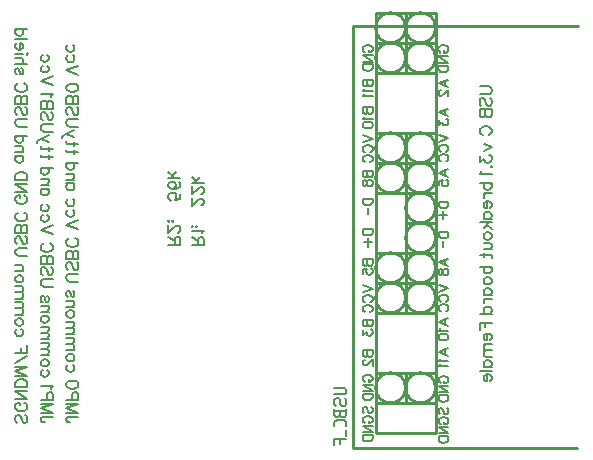
<source format=gbo>
G04 start of page 2 for group 12 layer_idx 7 *
G04 Title: (unknown), bottom_silk *
G04 Creator: pcb-rnd 3.1.0-dev *
G04 CreationDate: 2023-01-29 01:50:48 UTC *
G04 For: tonia *
G04 Format: Gerber/RS-274X *
G04 PCB-Dimensions: 236220 236220 *
G04 PCB-Coordinate-Origin: lower left *
%MOIN*%
%FSLAX25Y25*%
%LNBOTTOM_SILK_NONE_12*%
%ADD53C,0.0070*%
%ADD52C,0.0100*%
G54D52*X125000Y175169D02*X145000D01*
X125000Y195146D02*X145000D01*
X125000Y205169D02*X145000D01*
Y215169D02*Y195146D01*
Y205157D02*X125000D01*
X145000Y155169D02*X125000D01*
X135011Y175157D02*Y115180D01*
X145000Y135169D02*X125000D01*
X145000Y165169D02*X125000D01*
X145000Y125169D02*X125000D01*
X145011Y175157D02*Y115157D01*
X124989Y135157D02*Y115157D01*
X135011Y115180D02*X135000Y115169D01*
X145000Y145169D02*X135000D01*
X135011Y175157D02*X135000Y175169D01*
X125000Y215169D02*X145000D01*
X117402Y210787D02*X192362D01*
X125000Y195146D02*Y215169D01*
X135000Y195146D02*Y215169D01*
X134989Y95157D02*Y85169D01*
X145011Y115157D02*X145000Y115146D01*
X125000D02*X145000D01*
X125000Y95169D02*X145000D01*
X125000D02*Y85146D01*
X145000Y95169D02*Y85146D01*
X125000Y75157D02*Y205157D01*
Y75157D02*X145000D01*
Y205157D02*Y75157D01*
X125000Y85146D02*X145000D01*
X117402Y70236D02*X192283D01*
X124989Y175157D02*Y155157D01*
X117402Y210787D02*Y70236D01*
X125000Y120157D02*G75*G03X135000Y120157I5000J0D01*G01*
G75*G03X125000Y120157I-5000J0D01*G01*
X135000Y130157D02*G75*G03X145000Y130157I5000J0D01*G01*
G75*G03X135000Y130157I-5000J0D01*G01*
X125000D02*G75*G03X135000Y130157I5000J0D01*G01*
G75*G03X125000Y130157I-5000J0D01*G01*
X135000Y140157D02*G75*G03X145000Y140157I5000J0D01*G01*
G75*G03X135000Y140157I-5000J0D01*G01*
X125000Y90157D02*G75*G03X135000Y90157I5000J0D01*G01*
G75*G03X125000Y90157I-5000J0D01*G01*
X135000D02*G75*G03X145000Y90157I5000J0D01*G01*
G75*G03X135000Y90157I-5000J0D01*G01*
Y120157D02*G75*G03X145000Y120157I5000J0D01*G01*
G75*G03X135000Y120157I-5000J0D01*G01*
Y150157D02*G75*G03X145000Y150157I5000J0D01*G01*
G75*G03X135000Y150157I-5000J0D01*G01*
X125000Y160157D02*G75*G03X135000Y160157I5000J0D01*G01*
G75*G03X125000Y160157I-5000J0D01*G01*
Y170157D02*G75*G03X135000Y170157I5000J0D01*G01*
G75*G03X125000Y170157I-5000J0D01*G01*
Y200157D02*G75*G03X135000Y200157I5000J0D01*G01*
G75*G03X125000Y200157I-5000J0D01*G01*
Y210157D02*G75*G03X135000Y210157I5000J0D01*G01*
G75*G03X125000Y210157I-5000J0D01*G01*
X135000Y160157D02*G75*G03X145000Y160157I5000J0D01*G01*
G75*G03X135000Y160157I-5000J0D01*G01*
Y170157D02*G75*G03X145000Y170157I5000J0D01*G01*
G75*G03X135000Y170157I-5000J0D01*G01*
Y200157D02*G75*G03X145000Y200157I5000J0D01*G01*
G75*G03X135000Y200157I-5000J0D01*G01*
Y210157D02*G75*G03X145000Y210157I5000J0D01*G01*
G75*G03X135000Y210157I-5000J0D01*G01*
G54D53*X59945Y137835D02*X55945D01*
X59945D02*Y139549D01*
X59754Y140120D01*
X59564Y140311D01*
X59183Y140501D01*
X58802D01*
X58421Y140311D01*
X58231Y140120D01*
X58040Y139549D01*
Y137835D01*
Y139168D02*X55945Y140501D01*
X58993Y141891D02*X59184D01*
X59564Y142082D01*
X59755Y142271D01*
X59945Y142653D01*
Y143414D01*
X59755Y143796D01*
X59564Y143986D01*
X59184Y144176D01*
X58802D01*
X58421Y143986D01*
X57850Y143605D01*
X55945Y141701D01*
Y144367D01*
X57545Y145757D02*X57354Y145567D01*
X57164Y145757D01*
X57354Y145947D01*
X57545Y145757D01*
X56211D02*X56020Y145567D01*
X55831Y145757D01*
X56020Y145947D01*
X56211Y145757D01*
X59945Y154833D02*Y152928D01*
X58232Y152737D01*
X58421Y152928D01*
X58612Y153499D01*
Y154071D01*
X58421Y154642D01*
X58041Y155023D01*
X57469Y155214D01*
X57089D01*
X56517Y155023D01*
X56136Y154642D01*
X55945Y154071D01*
Y153499D01*
X56136Y152928D01*
X56327Y152737D01*
X56707Y152547D01*
X59374Y158699D02*X59755Y158509D01*
X59945Y157937D01*
Y157557D01*
X59755Y156984D01*
X59184Y156604D01*
X58232Y156414D01*
X57279D01*
X56517Y156604D01*
X56136Y156984D01*
X55945Y157557D01*
Y157747D01*
X56136Y158318D01*
X56517Y158699D01*
X57089Y158889D01*
X57279D01*
X57850Y158699D01*
X58232Y158318D01*
X58421Y157747D01*
Y157557D01*
X58232Y156984D01*
X57850Y156604D01*
X57279Y156414D01*
X59945Y160089D02*X55945D01*
X58612Y161993D02*X56707Y160089D01*
X57470Y160850D02*X55945Y162184D01*
X25890Y80531D02*X22842D01*
X22270Y80341D01*
X22081Y80150D01*
X21890Y79769D01*
Y79389D01*
X22081Y79007D01*
X22270Y78817D01*
X22842Y78626D01*
X23223D01*
X25890Y81731D02*X21890D01*
X25890D02*X21890Y83254D01*
X25890Y84779D02*X21890Y83254D01*
X25890Y84779D02*X21890D01*
X25890Y85979D02*X21890D01*
X25890D02*Y87693D01*
X25699Y88264D01*
X25509Y88455D01*
X25128Y88645D01*
X24556D01*
X24176Y88455D01*
X23985Y88264D01*
X23795Y87693D01*
Y85979D01*
X25890Y90988D02*X25700Y90417D01*
X25129Y90035D01*
X24177Y89845D01*
X23605D01*
X22652Y90035D01*
X22081Y90417D01*
X21890Y90988D01*
Y91369D01*
X22081Y91940D01*
X22652Y92321D01*
X23605Y92512D01*
X24177D01*
X25129Y92321D01*
X25700Y91940D01*
X25890Y91369D01*
Y90988D01*
X23987Y97798D02*X24368Y97416D01*
X24557Y97036D01*
Y96464D01*
X24368Y96084D01*
X23987Y95702D01*
X23416Y95512D01*
X23034D01*
X22463Y95702D01*
X22082Y96084D01*
X21891Y96464D01*
Y97036D01*
X22082Y97416D01*
X22463Y97798D01*
X24557Y99950D02*X24368Y99568D01*
X23987Y99187D01*
X23416Y98998D01*
X23034D01*
X22463Y99187D01*
X22082Y99568D01*
X21891Y99950D01*
Y100521D01*
X22082Y100902D01*
X22463Y101282D01*
X23034Y101473D01*
X23416D01*
X23987Y101282D01*
X24368Y100902D01*
X24557Y100521D01*
Y99950D01*
Y102673D02*X21891D01*
X23796D02*X24368Y103243D01*
X24557Y103625D01*
Y104196D01*
X24368Y104577D01*
X23796Y104767D01*
X21891D01*
X23796D02*X24368Y105339D01*
X24557Y105719D01*
Y106291D01*
X24368Y106671D01*
X23796Y106862D01*
X21891D01*
X24557Y108062D02*X21891D01*
X23796D02*X24368Y108632D01*
X24557Y109014D01*
Y109585D01*
X24368Y109966D01*
X23796Y110156D01*
X21891D01*
X23796D02*X24368Y110728D01*
X24557Y111108D01*
Y111680D01*
X24368Y112060D01*
X23796Y112251D01*
X21891D01*
X24557Y114403D02*X24368Y114021D01*
X23987Y113640D01*
X23416Y113451D01*
X23034D01*
X22463Y113640D01*
X22082Y114021D01*
X21891Y114403D01*
Y114974D01*
X22082Y115355D01*
X22463Y115735D01*
X23034Y115926D01*
X23416D01*
X23987Y115735D01*
X24368Y115355D01*
X24557Y114974D01*
Y114403D01*
Y117126D02*X21891D01*
X23796D02*X24368Y117698D01*
X24557Y118078D01*
Y118650D01*
X24368Y119030D01*
X23796Y119221D01*
X21891D01*
X23987Y122515D02*X24367Y122325D01*
X24557Y121753D01*
Y121182D01*
X24367Y120610D01*
X23987Y120421D01*
X23605Y120610D01*
X23414Y120991D01*
X23224Y121944D01*
X23034Y122325D01*
X22653Y122515D01*
X22462D01*
X22082Y122325D01*
X21891Y121753D01*
Y121182D01*
X22082Y120610D01*
X22462Y120421D01*
X25890Y125515D02*X23033D01*
X22461Y125706D01*
X22081Y126086D01*
X21890Y126658D01*
Y127038D01*
X22081Y127610D01*
X22461Y127991D01*
X23033Y128181D01*
X25890D01*
X25318Y132047D02*X25699Y131666D01*
X25890Y131095D01*
Y130333D01*
X25699Y129761D01*
X25318Y129381D01*
X24938D01*
X24556Y129570D01*
X24366Y129761D01*
X24176Y130143D01*
X23795Y131286D01*
X23604Y131666D01*
X23414Y131856D01*
X23033Y132047D01*
X22461D01*
X22081Y131666D01*
X21890Y131095D01*
Y130333D01*
X22081Y129761D01*
X22461Y129381D01*
X25890Y133247D02*X21890D01*
X25890D02*Y134961D01*
X25699Y135532D01*
X25509Y135723D01*
X25127Y135913D01*
X24747D01*
X24366Y135723D01*
X24175Y135532D01*
X23985Y134961D01*
Y133247D02*Y134961D01*
X23795Y135532D01*
X23604Y135723D01*
X23223Y135913D01*
X22652D01*
X22270Y135723D01*
X22081Y135532D01*
X21890Y134961D01*
Y133247D01*
X24938Y139970D02*X25318Y139779D01*
X25699Y139398D01*
X25890Y139018D01*
Y138255D01*
X25699Y137875D01*
X25318Y137493D01*
X24938Y137303D01*
X24366Y137113D01*
X23413D01*
X22842Y137303D01*
X22461Y137493D01*
X22081Y137875D01*
X21890Y138255D01*
Y139018D01*
X22081Y139398D01*
X22461Y139779D01*
X22842Y139970D01*
X25890Y142970D02*X21890Y144493D01*
X25890Y146018D02*X21890Y144493D01*
X23987Y149504D02*X24368Y149122D01*
X24557Y148742D01*
Y148170D01*
X24368Y147790D01*
X23987Y147408D01*
X23416Y147218D01*
X23034D01*
X22463Y147408D01*
X22082Y147790D01*
X21891Y148170D01*
Y148742D01*
X22082Y149122D01*
X22463Y149504D01*
X23987Y152990D02*X24368Y152608D01*
X24557Y152228D01*
Y151656D01*
X24368Y151276D01*
X23987Y150894D01*
X23416Y150704D01*
X23034D01*
X22463Y150894D01*
X22082Y151276D01*
X21891Y151656D01*
Y152228D01*
X22082Y152608D01*
X22463Y152990D01*
X24557Y158276D02*X21891D01*
X23987D02*X24368Y157894D01*
X24557Y157514D01*
Y156942D01*
X24368Y156562D01*
X23987Y156180D01*
X23416Y155990D01*
X23034D01*
X22463Y156180D01*
X22082Y156562D01*
X21891Y156942D01*
Y157514D01*
X22082Y157894D01*
X22463Y158276D01*
X24557Y159476D02*X21891D01*
X23796D02*X24368Y160048D01*
X24557Y160428D01*
Y161000D01*
X24368Y161380D01*
X23796Y161571D01*
X21891D01*
X25890Y165055D02*X21890D01*
X23986D02*X24367Y164675D01*
X24557Y164294D01*
Y163723D01*
X24367Y163341D01*
X23986Y162960D01*
X23415Y162771D01*
X23034D01*
X22463Y162960D01*
X22081Y163341D01*
X21890Y163723D01*
Y164294D01*
X22081Y164675D01*
X22463Y165055D01*
X25890Y168627D02*X22652D01*
X22081Y168816D01*
X21890Y169198D01*
Y169579D01*
X24557Y168055D02*Y169388D01*
X25890Y171351D02*X22652D01*
X22081Y171540D01*
X21890Y171922D01*
Y172303D01*
X24557Y170779D02*Y172112D01*
Y173693D02*X21891Y174836D01*
X24557Y175979D02*X21891Y174836D01*
X21130Y174455D01*
X20748Y174075D01*
X20557Y173693D01*
Y173503D01*
X25890Y177179D02*X23033D01*
X22461Y177370D01*
X22081Y177750D01*
X21890Y178322D01*
Y178702D01*
X22081Y179274D01*
X22461Y179655D01*
X23033Y179845D01*
X25890D01*
X25318Y183711D02*X25699Y183330D01*
X25890Y182759D01*
Y181997D01*
X25699Y181425D01*
X25318Y181045D01*
X24938D01*
X24556Y181234D01*
X24366Y181425D01*
X24176Y181807D01*
X23795Y182950D01*
X23604Y183330D01*
X23414Y183520D01*
X23033Y183711D01*
X22461D01*
X22081Y183330D01*
X21890Y182759D01*
Y181997D01*
X22081Y181425D01*
X22461Y181045D01*
X25890Y184911D02*X21890D01*
X25890D02*Y186625D01*
X25699Y187196D01*
X25509Y187387D01*
X25127Y187577D01*
X24747D01*
X24366Y187387D01*
X24175Y187196D01*
X23985Y186625D01*
Y184911D02*Y186625D01*
X23795Y187196D01*
X23604Y187387D01*
X23223Y187577D01*
X22652D01*
X22270Y187387D01*
X22081Y187196D01*
X21890Y186625D01*
Y184911D01*
X25890Y189920D02*X25700Y189349D01*
X25129Y188967D01*
X24177Y188777D01*
X23605D01*
X22652Y188967D01*
X22081Y189349D01*
X21890Y189920D01*
Y190301D01*
X22081Y190872D01*
X22652Y191253D01*
X23605Y191444D01*
X24177D01*
X25129Y191253D01*
X25700Y190872D01*
X25890Y190301D01*
Y189920D01*
Y194444D02*X21890Y195967D01*
X25890Y197492D02*X21890Y195967D01*
X23987Y200978D02*X24368Y200596D01*
X24557Y200216D01*
Y199644D01*
X24368Y199264D01*
X23987Y198882D01*
X23416Y198692D01*
X23034D01*
X22463Y198882D01*
X22082Y199264D01*
X21891Y199644D01*
Y200216D01*
X22082Y200596D01*
X22463Y200978D01*
X23987Y204464D02*X24368Y204082D01*
X24557Y203702D01*
Y203130D01*
X24368Y202750D01*
X23987Y202368D01*
X23416Y202178D01*
X23034D01*
X22463Y202368D01*
X22082Y202750D01*
X21891Y203130D01*
Y203702D01*
X22082Y204082D01*
X22463Y204464D01*
X8278Y81192D02*X8659Y80811D01*
X8850Y80240D01*
Y79478D01*
X8659Y78906D01*
X8278Y78526D01*
X7898D01*
X7516Y78715D01*
X7326Y78906D01*
X7136Y79288D01*
X6755Y80431D01*
X6564Y80811D01*
X6374Y81001D01*
X5993Y81192D01*
X5421D01*
X5041Y80811D01*
X4850Y80240D01*
Y79478D01*
X5041Y78906D01*
X5421Y78526D01*
X7898Y85249D02*X8278Y85058D01*
X8659Y84678D01*
X8850Y84297D01*
Y83535D01*
X8659Y83154D01*
X8278Y82773D01*
X7898Y82583D01*
X7326Y82392D01*
X6373D01*
X5802Y82583D01*
X5421Y82773D01*
X5041Y83154D01*
X4850Y83535D01*
Y84297D01*
X5041Y84678D01*
X5421Y85058D01*
X5802Y85249D01*
X6373D01*
Y84297D02*Y85249D01*
X8850Y86449D02*X4850D01*
X8850D02*X4850Y89115D01*
X8850D02*X4850D01*
X8850Y90315D02*X4850D01*
X8850D02*Y91649D01*
X8659Y92220D01*
X8278Y92601D01*
X7898Y92791D01*
X7326Y92981D01*
X6373D01*
X5802Y92791D01*
X5421Y92601D01*
X5041Y92220D01*
X4850Y91649D01*
Y90315D01*
X8850Y94181D02*X4850D01*
X8850D02*X4850Y95704D01*
X8850Y97229D02*X4850Y95704D01*
X8850Y97229D02*X4850D01*
X8850Y100680D02*X4850Y98429D01*
X8850Y101880D02*X4850D01*
X8850D02*Y104355D01*
X6945Y101880D02*Y103403D01*
X6947Y109641D02*X7328Y109259D01*
X7517Y108879D01*
Y108307D01*
X7328Y107927D01*
X6947Y107545D01*
X6376Y107355D01*
X5994D01*
X5423Y107545D01*
X5042Y107927D01*
X4851Y108307D01*
Y108879D01*
X5042Y109259D01*
X5423Y109641D01*
X7517Y111793D02*X7328Y111411D01*
X6947Y111030D01*
X6376Y110841D01*
X5994D01*
X5423Y111030D01*
X5042Y111411D01*
X4851Y111793D01*
Y112364D01*
X5042Y112745D01*
X5423Y113125D01*
X5994Y113316D01*
X6376D01*
X6947Y113125D01*
X7328Y112745D01*
X7517Y112364D01*
Y111793D01*
Y114516D02*X4851D01*
X6756D02*X7328Y115086D01*
X7517Y115468D01*
Y116039D01*
X7328Y116420D01*
X6756Y116610D01*
X4851D01*
X6756D02*X7328Y117182D01*
X7517Y117562D01*
Y118134D01*
X7328Y118514D01*
X6756Y118705D01*
X4851D01*
X7517Y119905D02*X4851D01*
X6756D02*X7328Y120475D01*
X7517Y120857D01*
Y121428D01*
X7328Y121809D01*
X6756Y121999D01*
X4851D01*
X6756D02*X7328Y122571D01*
X7517Y122951D01*
Y123523D01*
X7328Y123903D01*
X6756Y124094D01*
X4851D01*
X7517Y126246D02*X7328Y125864D01*
X6947Y125483D01*
X6376Y125294D01*
X5994D01*
X5423Y125483D01*
X5042Y125864D01*
X4851Y126246D01*
Y126817D01*
X5042Y127198D01*
X5423Y127578D01*
X5994Y127769D01*
X6376D01*
X6947Y127578D01*
X7328Y127198D01*
X7517Y126817D01*
Y126246D01*
Y128969D02*X4851D01*
X6756D02*X7328Y129541D01*
X7517Y129921D01*
Y130493D01*
X7328Y130873D01*
X6756Y131064D01*
X4851D01*
X8850Y134064D02*X5993D01*
X5421Y134255D01*
X5041Y134635D01*
X4850Y135207D01*
Y135587D01*
X5041Y136159D01*
X5421Y136540D01*
X5993Y136730D01*
X8850D01*
X8278Y140596D02*X8659Y140215D01*
X8850Y139644D01*
Y138882D01*
X8659Y138310D01*
X8278Y137930D01*
X7898D01*
X7516Y138119D01*
X7326Y138310D01*
X7136Y138692D01*
X6755Y139835D01*
X6564Y140215D01*
X6374Y140405D01*
X5993Y140596D01*
X5421D01*
X5041Y140215D01*
X4850Y139644D01*
Y138882D01*
X5041Y138310D01*
X5421Y137930D01*
X8850Y141796D02*X4850D01*
X8850D02*Y143510D01*
X8659Y144081D01*
X8469Y144272D01*
X8087Y144462D01*
X7707D01*
X7326Y144272D01*
X7135Y144081D01*
X6945Y143510D01*
Y141796D02*Y143510D01*
X6755Y144081D01*
X6564Y144272D01*
X6183Y144462D01*
X5612D01*
X5230Y144272D01*
X5041Y144081D01*
X4850Y143510D01*
Y141796D01*
X7898Y148519D02*X8278Y148328D01*
X8659Y147947D01*
X8850Y147567D01*
Y146804D01*
X8659Y146424D01*
X8278Y146042D01*
X7898Y145852D01*
X7326Y145662D01*
X6373D01*
X5802Y145852D01*
X5421Y146042D01*
X5041Y146424D01*
X4850Y146804D01*
Y147567D01*
X5041Y147947D01*
X5421Y148328D01*
X5802Y148519D01*
X7898Y154376D02*X8278Y154185D01*
X8659Y153805D01*
X8850Y153424D01*
Y152662D01*
X8659Y152281D01*
X8278Y151900D01*
X7898Y151710D01*
X7326Y151519D01*
X6373D01*
X5802Y151710D01*
X5421Y151900D01*
X5041Y152281D01*
X4850Y152662D01*
Y153424D01*
X5041Y153805D01*
X5421Y154185D01*
X5802Y154376D01*
X6373D01*
Y153424D02*Y154376D01*
X8850Y155576D02*X4850D01*
X8850D02*X4850Y158242D01*
X8850D02*X4850D01*
X8850Y159442D02*X4850D01*
X8850D02*Y160776D01*
X8659Y161347D01*
X8278Y161728D01*
X7898Y161918D01*
X7326Y162108D01*
X6373D01*
X5802Y161918D01*
X5421Y161728D01*
X5041Y161347D01*
X4850Y160776D01*
Y159442D01*
X7517Y167394D02*X4851D01*
X6947D02*X7328Y167012D01*
X7517Y166632D01*
Y166060D01*
X7328Y165680D01*
X6947Y165298D01*
X6376Y165108D01*
X5994D01*
X5423Y165298D01*
X5042Y165680D01*
X4851Y166060D01*
Y166632D01*
X5042Y167012D01*
X5423Y167394D01*
X7517Y168594D02*X4851D01*
X6756D02*X7328Y169166D01*
X7517Y169546D01*
Y170118D01*
X7328Y170498D01*
X6756Y170689D01*
X4851D01*
X8850Y174173D02*X4850D01*
X6946D02*X7327Y173793D01*
X7517Y173412D01*
Y172841D01*
X7327Y172459D01*
X6946Y172078D01*
X6375Y171889D01*
X5994D01*
X5423Y172078D01*
X5041Y172459D01*
X4850Y172841D01*
Y173412D01*
X5041Y173793D01*
X5423Y174173D01*
X8850Y177173D02*X5993D01*
X5421Y177364D01*
X5041Y177744D01*
X4850Y178316D01*
Y178696D01*
X5041Y179268D01*
X5421Y179649D01*
X5993Y179839D01*
X8850D01*
X8278Y183705D02*X8659Y183324D01*
X8850Y182753D01*
Y181991D01*
X8659Y181419D01*
X8278Y181039D01*
X7898D01*
X7516Y181228D01*
X7326Y181419D01*
X7136Y181801D01*
X6755Y182944D01*
X6564Y183324D01*
X6374Y183514D01*
X5993Y183705D01*
X5421D01*
X5041Y183324D01*
X4850Y182753D01*
Y181991D01*
X5041Y181419D01*
X5421Y181039D01*
X8850Y184905D02*X4850D01*
X8850D02*Y186619D01*
X8659Y187190D01*
X8469Y187381D01*
X8087Y187571D01*
X7707D01*
X7326Y187381D01*
X7135Y187190D01*
X6945Y186619D01*
Y184905D02*Y186619D01*
X6755Y187190D01*
X6564Y187381D01*
X6183Y187571D01*
X5612D01*
X5230Y187381D01*
X5041Y187190D01*
X4850Y186619D01*
Y184905D01*
X7898Y191628D02*X8278Y191437D01*
X8659Y191056D01*
X8850Y190676D01*
Y189913D01*
X8659Y189533D01*
X8278Y189151D01*
X7898Y188961D01*
X7326Y188771D01*
X6373D01*
X5802Y188961D01*
X5421Y189151D01*
X5041Y189533D01*
X4850Y189913D01*
Y190676D01*
X5041Y191056D01*
X5421Y191437D01*
X5802Y191628D01*
X6947Y196722D02*X7327Y196532D01*
X7517Y195960D01*
Y195389D01*
X7327Y194817D01*
X6947Y194628D01*
X6565Y194817D01*
X6374Y195198D01*
X6184Y196151D01*
X5994Y196532D01*
X5613Y196722D01*
X5422D01*
X5042Y196532D01*
X4851Y195960D01*
Y195389D01*
X5042Y194817D01*
X5422Y194628D01*
X8850Y197922D02*X4850D01*
X6755D02*X7327Y198492D01*
X7517Y198874D01*
Y199445D01*
X7327Y199826D01*
X6755Y200017D01*
X4850D01*
X7526Y201407D02*X4860D01*
X8860Y201217D02*X8669Y201407D01*
X8860Y201598D01*
X9050Y201407D01*
X8860Y201217D01*
X6376Y202798D02*Y205082D01*
X6756D01*
X7137Y204892D01*
X7328Y204702D01*
X7517Y204321D01*
Y203750D01*
X7328Y203368D01*
X6947Y202987D01*
X6376Y202798D01*
X5994D01*
X5423Y202987D01*
X5042Y203368D01*
X4851Y203750D01*
Y204321D01*
X5042Y204702D01*
X5423Y205082D01*
X8850Y206282D02*X4850D01*
X8850Y209766D02*X4850D01*
X6946D02*X7327Y209386D01*
X7517Y209005D01*
Y208434D01*
X7327Y208052D01*
X6946Y207671D01*
X6375Y207482D01*
X5994D01*
X5423Y207671D01*
X5041Y208052D01*
X4850Y208434D01*
Y209005D01*
X5041Y209386D01*
X5423Y209766D01*
X17390Y80541D02*X14342D01*
X13770Y80351D01*
X13581Y80160D01*
X13390Y79779D01*
Y79399D01*
X13581Y79017D01*
X13770Y78827D01*
X14342Y78636D01*
X14723D01*
X17390Y81741D02*X13390D01*
X17390D02*X13390Y83264D01*
X17390Y84789D02*X13390Y83264D01*
X17390Y84789D02*X13390D01*
X17390Y85989D02*X13390D01*
X17390D02*Y87703D01*
X17199Y88274D01*
X17009Y88465D01*
X16628Y88655D01*
X16056D01*
X15676Y88465D01*
X15485Y88274D01*
X15295Y87703D01*
Y85989D01*
X16629Y89855D02*X16819Y90235D01*
X17390Y90807D01*
X13390D01*
X15487Y96093D02*X15868Y95711D01*
X16057Y95331D01*
Y94759D01*
X15868Y94379D01*
X15487Y93997D01*
X14916Y93807D01*
X14534D01*
X13963Y93997D01*
X13582Y94379D01*
X13391Y94759D01*
Y95331D01*
X13582Y95711D01*
X13963Y96093D01*
X16057Y98245D02*X15868Y97863D01*
X15487Y97482D01*
X14916Y97293D01*
X14534D01*
X13963Y97482D01*
X13582Y97863D01*
X13391Y98245D01*
Y98816D01*
X13582Y99197D01*
X13963Y99577D01*
X14534Y99768D01*
X14916D01*
X15487Y99577D01*
X15868Y99197D01*
X16057Y98816D01*
Y98245D01*
Y100968D02*X13391D01*
X15296D02*X15868Y101538D01*
X16057Y101920D01*
Y102491D01*
X15868Y102872D01*
X15296Y103062D01*
X13391D01*
X15296D02*X15868Y103634D01*
X16057Y104014D01*
Y104586D01*
X15868Y104966D01*
X15296Y105157D01*
X13391D01*
X16057Y106357D02*X13391D01*
X15296D02*X15868Y106927D01*
X16057Y107309D01*
Y107880D01*
X15868Y108261D01*
X15296Y108451D01*
X13391D01*
X15296D02*X15868Y109023D01*
X16057Y109403D01*
Y109975D01*
X15868Y110355D01*
X15296Y110546D01*
X13391D01*
X16057Y112698D02*X15868Y112316D01*
X15487Y111935D01*
X14916Y111746D01*
X14534D01*
X13963Y111935D01*
X13582Y112316D01*
X13391Y112698D01*
Y113269D01*
X13582Y113650D01*
X13963Y114030D01*
X14534Y114221D01*
X14916D01*
X15487Y114030D01*
X15868Y113650D01*
X16057Y113269D01*
Y112698D01*
Y115421D02*X13391D01*
X15296D02*X15868Y115993D01*
X16057Y116373D01*
Y116945D01*
X15868Y117325D01*
X15296Y117516D01*
X13391D01*
X15487Y120810D02*X15867Y120620D01*
X16057Y120048D01*
Y119477D01*
X15867Y118905D01*
X15487Y118716D01*
X15105Y118905D01*
X14914Y119286D01*
X14724Y120239D01*
X14534Y120620D01*
X14153Y120810D01*
X13962D01*
X13582Y120620D01*
X13391Y120048D01*
Y119477D01*
X13582Y118905D01*
X13962Y118716D01*
X17390Y123810D02*X14533D01*
X13961Y124001D01*
X13581Y124381D01*
X13390Y124953D01*
Y125333D01*
X13581Y125905D01*
X13961Y126286D01*
X14533Y126476D01*
X17390D01*
X16818Y130342D02*X17199Y129961D01*
X17390Y129390D01*
Y128628D01*
X17199Y128056D01*
X16818Y127676D01*
X16438D01*
X16056Y127865D01*
X15866Y128056D01*
X15676Y128438D01*
X15295Y129581D01*
X15104Y129961D01*
X14914Y130151D01*
X14533Y130342D01*
X13961D01*
X13581Y129961D01*
X13390Y129390D01*
Y128628D01*
X13581Y128056D01*
X13961Y127676D01*
X17390Y131542D02*X13390D01*
X17390D02*Y133256D01*
X17199Y133827D01*
X17009Y134018D01*
X16627Y134208D01*
X16247D01*
X15866Y134018D01*
X15675Y133827D01*
X15485Y133256D01*
Y131542D02*Y133256D01*
X15295Y133827D01*
X15104Y134018D01*
X14723Y134208D01*
X14152D01*
X13770Y134018D01*
X13581Y133827D01*
X13390Y133256D01*
Y131542D01*
X16438Y138265D02*X16818Y138074D01*
X17199Y137693D01*
X17390Y137313D01*
Y136550D01*
X17199Y136170D01*
X16818Y135788D01*
X16438Y135598D01*
X15866Y135408D01*
X14913D01*
X14342Y135598D01*
X13961Y135788D01*
X13581Y136170D01*
X13390Y136550D01*
Y137313D01*
X13581Y137693D01*
X13961Y138074D01*
X14342Y138265D01*
X17390Y141265D02*X13390Y142788D01*
X17390Y144313D02*X13390Y142788D01*
X15487Y147799D02*X15868Y147417D01*
X16057Y147037D01*
Y146465D01*
X15868Y146085D01*
X15487Y145703D01*
X14916Y145513D01*
X14534D01*
X13963Y145703D01*
X13582Y146085D01*
X13391Y146465D01*
Y147037D01*
X13582Y147417D01*
X13963Y147799D01*
X15487Y151285D02*X15868Y150903D01*
X16057Y150523D01*
Y149951D01*
X15868Y149571D01*
X15487Y149189D01*
X14916Y148999D01*
X14534D01*
X13963Y149189D01*
X13582Y149571D01*
X13391Y149951D01*
Y150523D01*
X13582Y150903D01*
X13963Y151285D01*
X16057Y156571D02*X13391D01*
X15487D02*X15868Y156189D01*
X16057Y155809D01*
Y155237D01*
X15868Y154857D01*
X15487Y154475D01*
X14916Y154285D01*
X14534D01*
X13963Y154475D01*
X13582Y154857D01*
X13391Y155237D01*
Y155809D01*
X13582Y156189D01*
X13963Y156571D01*
X16057Y157771D02*X13391D01*
X15296D02*X15868Y158343D01*
X16057Y158723D01*
Y159295D01*
X15868Y159675D01*
X15296Y159866D01*
X13391D01*
X17390Y163350D02*X13390D01*
X15486D02*X15867Y162970D01*
X16057Y162589D01*
Y162018D01*
X15867Y161636D01*
X15486Y161255D01*
X14915Y161066D01*
X14534D01*
X13963Y161255D01*
X13581Y161636D01*
X13390Y162018D01*
Y162589D01*
X13581Y162970D01*
X13963Y163350D01*
X17390Y166922D02*X14152D01*
X13581Y167111D01*
X13390Y167493D01*
Y167874D01*
X16057Y166350D02*Y167683D01*
X17390Y169646D02*X14152D01*
X13581Y169835D01*
X13390Y170217D01*
Y170598D01*
X16057Y169074D02*Y170407D01*
Y171988D02*X13391Y173131D01*
X16057Y174274D02*X13391Y173131D01*
X12630Y172750D01*
X12248Y172370D01*
X12057Y171988D01*
Y171798D01*
X17390Y175474D02*X14533D01*
X13961Y175665D01*
X13581Y176045D01*
X13390Y176617D01*
Y176997D01*
X13581Y177569D01*
X13961Y177950D01*
X14533Y178140D01*
X17390D01*
X16818Y182006D02*X17199Y181625D01*
X17390Y181054D01*
Y180292D01*
X17199Y179720D01*
X16818Y179340D01*
X16438D01*
X16056Y179529D01*
X15866Y179720D01*
X15676Y180102D01*
X15295Y181245D01*
X15104Y181625D01*
X14914Y181815D01*
X14533Y182006D01*
X13961D01*
X13581Y181625D01*
X13390Y181054D01*
Y180292D01*
X13581Y179720D01*
X13961Y179340D01*
X17390Y183206D02*X13390D01*
X17390D02*Y184920D01*
X17199Y185491D01*
X17009Y185682D01*
X16627Y185872D01*
X16247D01*
X15866Y185682D01*
X15675Y185491D01*
X15485Y184920D01*
Y183206D02*Y184920D01*
X15295Y185491D01*
X15104Y185682D01*
X14723Y185872D01*
X14152D01*
X13770Y185682D01*
X13581Y185491D01*
X13390Y184920D01*
Y183206D01*
X16629Y187072D02*X16819Y187452D01*
X17390Y188024D01*
X13390D01*
X17390Y191024D02*X13390Y192547D01*
X17390Y194072D02*X13390Y192547D01*
X15487Y197558D02*X15868Y197176D01*
X16057Y196796D01*
Y196224D01*
X15868Y195844D01*
X15487Y195462D01*
X14916Y195272D01*
X14534D01*
X13963Y195462D01*
X13582Y195844D01*
X13391Y196224D01*
Y196796D01*
X13582Y197176D01*
X13963Y197558D01*
X15487Y201044D02*X15868Y200662D01*
X16057Y200282D01*
Y199710D01*
X15868Y199330D01*
X15487Y198948D01*
X14916Y198758D01*
X14534D01*
X13963Y198948D01*
X13582Y199330D01*
X13391Y199710D01*
Y200282D01*
X13582Y200662D01*
X13963Y201044D01*
X67740Y137756D02*X63740D01*
X67740D02*Y139470D01*
X67549Y140041D01*
X67359Y140232D01*
X66978Y140422D01*
X66597D01*
X66216Y140232D01*
X66026Y140041D01*
X65835Y139470D01*
Y137756D01*
Y139089D02*X63740Y140422D01*
X66979Y141622D02*X67169Y142002D01*
X67740Y142574D01*
X63740D01*
X65340Y143964D02*X65149Y143774D01*
X64959Y143964D01*
X65149Y144154D01*
X65340Y143964D01*
X64006D02*X63815Y143774D01*
X63626Y143964D01*
X63815Y144154D01*
X64006Y143964D01*
X66788Y150944D02*X66979D01*
X67359Y151135D01*
X67550Y151324D01*
X67740Y151706D01*
Y152467D01*
X67550Y152849D01*
X67359Y153039D01*
X66979Y153229D01*
X66597D01*
X66216Y153039D01*
X65645Y152658D01*
X63740Y150754D01*
Y153420D01*
X66788Y154810D02*X66979D01*
X67359Y155001D01*
X67550Y155190D01*
X67740Y155572D01*
Y156333D01*
X67550Y156715D01*
X67359Y156905D01*
X66979Y157095D01*
X66597D01*
X66216Y156905D01*
X65645Y156524D01*
X63740Y154620D01*
Y157286D01*
X67740Y158486D02*X63740D01*
X66407Y160390D02*X64502Y158486D01*
X65265Y159247D02*X63740Y160581D01*
X120761Y112756D02*X123961D01*
X120761D02*Y111385D01*
X120913Y110928D01*
X121065Y110775D01*
X121371Y110623D01*
X121675D01*
X121980Y110775D01*
X122133Y110928D01*
X122285Y111385D01*
Y112756D02*Y111385D01*
X122437Y110928D01*
X122589Y110775D01*
X122894Y110623D01*
X123351D01*
X123657Y110775D01*
X123808Y110928D01*
X123961Y111385D01*
Y112756D01*
X120761Y109359D02*Y107683D01*
X121980Y108598D01*
Y108140D01*
X122131Y107836D01*
X122284Y107683D01*
X122741Y107530D01*
X123045D01*
X123503Y107683D01*
X123808Y107987D01*
X123961Y108445D01*
Y108902D01*
X123808Y109359D01*
X123655Y109511D01*
X123351Y109663D01*
X120761Y124370D02*X123961Y123152D01*
X120761Y121932D02*X123961Y123152D01*
X121522Y118686D02*X121218Y118839D01*
X120913Y119144D01*
X120761Y119448D01*
Y120058D01*
X120913Y120362D01*
X121218Y120668D01*
X121522Y120820D01*
X121980Y120972D01*
X122742D01*
X123199Y120820D01*
X123504Y120668D01*
X123808Y120362D01*
X123961Y120058D01*
Y119448D01*
X123808Y119144D01*
X123504Y118839D01*
X123199Y118686D01*
X121522Y115440D02*X121218Y115593D01*
X120913Y115898D01*
X120761Y116202D01*
Y116812D01*
X120913Y117116D01*
X121218Y117422D01*
X121522Y117574D01*
X121980Y117726D01*
X122742D01*
X123199Y117574D01*
X123504Y117422D01*
X123808Y117116D01*
X123961Y116812D01*
Y116202D01*
X123808Y115898D01*
X123504Y115593D01*
X123199Y115440D01*
X120761Y133031D02*X123961D01*
X120761D02*Y131660D01*
X120913Y131203D01*
X121065Y131051D01*
X121371Y130899D01*
X121675D01*
X121980Y131051D01*
X122133Y131203D01*
X122285Y131660D01*
Y133031D02*Y131660D01*
X122437Y131203D01*
X122589Y131051D01*
X122894Y130899D01*
X123351D01*
X123657Y131051D01*
X123808Y131203D01*
X123961Y131660D01*
Y133031D01*
X120761Y128110D02*Y129634D01*
X122131Y129787D01*
X121980Y129634D01*
X121827Y129177D01*
Y128719D01*
X121980Y128263D01*
X122284Y127958D01*
X122741Y127805D01*
X123045D01*
X123503Y127958D01*
X123808Y128263D01*
X123961Y128719D01*
Y129177D01*
X123808Y129634D01*
X123655Y129787D01*
X123351Y129939D01*
X120761Y143071D02*X123961D01*
X120761D02*Y142004D01*
X120913Y141547D01*
X121218Y141242D01*
X121522Y141090D01*
X121980Y140938D01*
X122742D01*
X123199Y141090D01*
X123504Y141242D01*
X123808Y141547D01*
X123961Y142004D01*
Y143071D01*
X120961Y138607D02*X123703D01*
X122332Y139978D02*Y137236D01*
X121218Y81686D02*X120913Y81991D01*
X120761Y82448D01*
Y83057D01*
X120913Y83515D01*
X121218Y83819D01*
X121522D01*
X121828Y83668D01*
X121980Y83515D01*
X122132Y83209D01*
X122437Y82295D01*
X122589Y81991D01*
X122741Y81839D01*
X123046Y81686D01*
X123504D01*
X123808Y81991D01*
X123961Y82448D01*
Y83057D01*
X123808Y83515D01*
X123504Y83819D01*
X121522Y78440D02*X121218Y78593D01*
X120913Y78897D01*
X120761Y79202D01*
Y79812D01*
X120913Y80116D01*
X121218Y80421D01*
X121522Y80573D01*
X121980Y80726D01*
X122742D01*
X123199Y80573D01*
X123504Y80421D01*
X123808Y80116D01*
X123961Y79812D01*
Y79202D01*
X123808Y78897D01*
X123504Y78593D01*
X123199Y78440D01*
X122742D01*
Y79202D02*Y78440D01*
X120761Y77480D02*X123961D01*
X120761D02*X123961Y75348D01*
X120761D02*X123961D01*
X120761Y74388D02*X123961D01*
X120761D02*Y73320D01*
X120913Y72864D01*
X121218Y72559D01*
X121522Y72407D01*
X121980Y72255D01*
X122742D01*
X123199Y72407D01*
X123504Y72559D01*
X123808Y72864D01*
X123961Y73320D01*
Y74388D01*
X120761Y102717D02*X123961D01*
X120761D02*Y101345D01*
X120913Y100889D01*
X121065Y100736D01*
X121371Y100584D01*
X121675D01*
X121980Y100736D01*
X122133Y100889D01*
X122285Y101345D01*
Y102717D02*Y101345D01*
X122437Y100889D01*
X122589Y100736D01*
X122894Y100584D01*
X123351D01*
X123657Y100736D01*
X123808Y100889D01*
X123961Y101345D01*
Y102717D01*
X121522Y99472D02*X121369D01*
X121065Y99319D01*
X120913Y99168D01*
X120761Y98862D01*
Y98253D01*
X120913Y97948D01*
X121065Y97796D01*
X121369Y97644D01*
X121675D01*
X121980Y97796D01*
X122437Y98101D01*
X123961Y99624D01*
Y97491D01*
X121522Y92163D02*X121218Y92316D01*
X120913Y92620D01*
X120761Y92925D01*
Y93534D01*
X120913Y93839D01*
X121218Y94144D01*
X121522Y94296D01*
X121980Y94449D01*
X122742D01*
X123199Y94296D01*
X123504Y94144D01*
X123808Y93839D01*
X123961Y93534D01*
Y92925D01*
X123808Y92620D01*
X123504Y92316D01*
X123199Y92163D01*
X122742D01*
Y92925D02*Y92163D01*
X120761Y91203D02*X123961D01*
X120761D02*X123961Y89070D01*
X120761D02*X123961D01*
X120761Y88110D02*X123961D01*
X120761D02*Y87043D01*
X120913Y86586D01*
X121218Y86282D01*
X121522Y86130D01*
X121980Y85978D01*
X122742D01*
X123199Y86130D01*
X123504Y86282D01*
X123808Y86586D01*
X123961Y87043D01*
Y88110D01*
X111276Y89921D02*X114776D01*
X115276Y89421D01*
Y88421D01*
X114776Y87921D01*
X111276D02*X114776D01*
X111276Y84721D02*X111776Y84221D01*
X111276Y86221D02*Y84721D01*
X111776Y86721D02*X111276Y86221D01*
X111776Y86721D02*X112776D01*
X113276Y86221D01*
Y84721D01*
X113776Y84221D01*
X114776D01*
X115276Y84721D02*X114776Y84221D01*
X115276Y86221D02*Y84721D01*
X114776Y86721D02*X115276Y86221D01*
Y83021D02*Y81021D01*
X114776Y80521D01*
X113576D02*X114776D01*
X113076Y81021D02*X113576Y80521D01*
X113076Y82521D02*Y81021D01*
X111276Y82521D02*X115276D01*
X111276Y83021D02*Y81021D01*
X111776Y80521D01*
X112576D01*
X113076Y81021D02*X112576Y80521D01*
X115276Y78621D02*Y77321D01*
X114576Y79321D02*X115276Y78621D01*
X111976Y79321D02*X114576D01*
X111976D02*X111276Y78621D01*
Y77321D01*
X115276Y76121D02*Y74121D01*
X111276Y72921D02*X115276D01*
X111276D02*Y70921D01*
X113076Y72921D02*Y71421D01*
X121522Y202006D02*X121218Y202159D01*
X120913Y202463D01*
X120761Y202767D01*
Y203377D01*
X120913Y203682D01*
X121218Y203987D01*
X121522Y204139D01*
X121980Y204291D01*
X122742D01*
X123199Y204139D01*
X123504Y203987D01*
X123808Y203682D01*
X123961Y203377D01*
Y202767D01*
X123808Y202463D01*
X123504Y202159D01*
X123199Y202006D01*
X122742D01*
Y202767D02*Y202006D01*
X120761Y201046D02*X123961D01*
X120761D02*X123961Y198913D01*
X120761D02*X123961D01*
X120761Y197953D02*X123961D01*
X120761D02*Y196886D01*
X120913Y196429D01*
X121218Y196124D01*
X121522Y195972D01*
X121980Y195820D01*
X122742D01*
X123199Y195972D01*
X123504Y196124D01*
X123808Y196429D01*
X123961Y196886D01*
Y197953D01*
X146620Y201863D02*X146297Y202025D01*
X145973Y202348D01*
X145811Y202672D01*
Y203320D01*
X145973Y203644D01*
X146297Y203967D01*
X146620Y204129D01*
X147106Y204291D01*
X147916D01*
X148401Y204129D01*
X148725Y203967D01*
X149048Y203644D01*
X149211Y203320D01*
Y202672D01*
X149048Y202348D01*
X148725Y202025D01*
X148401Y201863D01*
X147916D01*
Y202672D02*Y201863D01*
X145811Y200843D02*X149211D01*
X145811D02*X149211Y198577D01*
X145811D02*X149211D01*
X145811Y197557D02*X149211D01*
X145811D02*Y196423D01*
X145973Y195938D01*
X146297Y195614D01*
X146620Y195452D01*
X147106Y195291D01*
X147916D01*
X148401Y195452D01*
X148725Y195614D01*
X149048Y195938D01*
X149211Y196423D01*
Y197557D01*
X120761Y192874D02*X123961D01*
X120761D02*Y191503D01*
X120913Y191046D01*
X121065Y190893D01*
X121371Y190741D01*
X121675D01*
X121980Y190893D01*
X122133Y191046D01*
X122285Y191503D01*
Y192874D02*Y191503D01*
X122437Y191046D01*
X122589Y190893D01*
X122894Y190741D01*
X123351D01*
X123657Y190893D01*
X123808Y191046D01*
X123961Y191503D01*
Y192874D01*
X121369Y189781D02*X121217Y189477D01*
X120761Y189020D01*
X123961D01*
X121369Y188060D02*X121217Y187756D01*
X120761Y187298D01*
X123961D01*
X145957Y191655D02*X149157Y192874D01*
X145957Y191655D02*X149157Y190436D01*
X148091Y192416D02*Y190892D01*
X146719Y189324D02*X146566D01*
X146262Y189171D01*
X146109Y189020D01*
X145957Y188714D01*
Y188105D01*
X146109Y187800D01*
X146262Y187648D01*
X146566Y187496D01*
X146872D01*
X147177Y187648D01*
X147633Y187952D01*
X149157Y189476D01*
Y187343D01*
X120761Y183622D02*X123961D01*
X120761D02*Y182251D01*
X120913Y181794D01*
X121065Y181641D01*
X121371Y181489D01*
X121675D01*
X121980Y181641D01*
X122133Y181794D01*
X122285Y182251D01*
Y183622D02*Y182251D01*
X122437Y181794D01*
X122589Y181641D01*
X122894Y181489D01*
X123351D01*
X123657Y181641D01*
X123808Y181794D01*
X123961Y182251D01*
Y183622D01*
X121369Y180529D02*X121217Y180225D01*
X120761Y179768D01*
X123961D01*
X120761Y177893D02*X120913Y178350D01*
X121369Y178656D01*
X122131Y178808D01*
X122589D01*
X123351Y178656D01*
X123808Y178350D01*
X123961Y177893D01*
Y177588D01*
X123808Y177132D01*
X123351Y176827D01*
X122589Y176674D01*
X122131D01*
X121369Y176827D01*
X120913Y177132D01*
X120761Y177588D01*
Y177893D01*
Y162559D02*X123961D01*
X120761D02*Y161188D01*
X120913Y160731D01*
X121065Y160578D01*
X121371Y160426D01*
X121675D01*
X121980Y160578D01*
X122133Y160731D01*
X122285Y161188D01*
Y162559D02*Y161188D01*
X122437Y160731D01*
X122589Y160578D01*
X122894Y160426D01*
X123351D01*
X123657Y160578D01*
X123808Y160731D01*
X123961Y161188D01*
Y162559D01*
X120761Y158705D02*X120913Y159162D01*
X121217Y159314D01*
X121522D01*
X121827Y159162D01*
X121980Y158857D01*
X122131Y158248D01*
X122284Y157790D01*
X122589Y157486D01*
X122893Y157333D01*
X123351D01*
X123655Y157486D01*
X123808Y157639D01*
X123961Y158096D01*
Y158705D01*
X123808Y159162D01*
X123655Y159314D01*
X123351Y159466D01*
X122893D01*
X122589Y159314D01*
X122284Y159010D01*
X122131Y158553D01*
X121980Y157943D01*
X121827Y157639D01*
X121522Y157486D01*
X121217D01*
X120913Y157639D01*
X120761Y158096D01*
Y158705D01*
Y174370D02*X123961Y173152D01*
X120761Y171932D02*X123961Y173152D01*
X121522Y168686D02*X121218Y168839D01*
X120913Y169144D01*
X120761Y169448D01*
Y170058D01*
X120913Y170362D01*
X121218Y170668D01*
X121522Y170820D01*
X121980Y170972D01*
X122742D01*
X123199Y170820D01*
X123504Y170668D01*
X123808Y170362D01*
X123961Y170058D01*
Y169448D01*
X123808Y169144D01*
X123504Y168839D01*
X123199Y168686D01*
X121522Y165440D02*X121218Y165593D01*
X120913Y165898D01*
X120761Y166202D01*
Y166812D01*
X120913Y167116D01*
X121218Y167422D01*
X121522Y167574D01*
X121980Y167726D01*
X122742D01*
X123199Y167574D01*
X123504Y167422D01*
X123808Y167116D01*
X123961Y166812D01*
Y166202D01*
X123808Y165898D01*
X123504Y165593D01*
X123199Y165440D01*
X120761Y153110D02*X123961D01*
X120761D02*Y152043D01*
X120913Y151586D01*
X121218Y151281D01*
X121522Y151129D01*
X121980Y150977D01*
X122742D01*
X123199Y151129D01*
X123504Y151281D01*
X123808Y151586D01*
X123961Y152043D01*
Y153110D01*
X122361Y150017D02*Y148017D01*
X145957Y152126D02*X149157D01*
X145957D02*Y151059D01*
X146110Y150602D01*
X146415Y150297D01*
X146719Y150145D01*
X147177Y149993D01*
X147939D01*
X148396Y150145D01*
X148701Y150297D01*
X149005Y150602D01*
X149157Y151059D01*
Y152126D01*
X146157Y147662D02*X148900D01*
X147529Y149033D02*Y146291D01*
X145957Y142087D02*X149157D01*
X145957D02*Y141019D01*
X146110Y140563D01*
X146415Y140258D01*
X146719Y140106D01*
X147177Y139954D01*
X147939D01*
X148396Y140106D01*
X148701Y140258D01*
X149005Y140563D01*
X149157Y141019D01*
Y142087D01*
X147557Y138994D02*Y136994D01*
X145957Y124567D02*X149157Y123349D01*
X145957Y122129D02*X149157Y123349D01*
X146719Y118883D02*X146415Y119036D01*
X146110Y119341D01*
X145957Y119645D01*
Y120255D01*
X146110Y120559D01*
X146415Y120865D01*
X146719Y121017D01*
X147177Y121169D01*
X147939D01*
X148396Y121017D01*
X148701Y120865D01*
X149005Y120559D01*
X149157Y120255D01*
Y119645D01*
X149005Y119341D01*
X148701Y119036D01*
X148396Y118883D01*
X146719Y115637D02*X146415Y115790D01*
X146110Y116095D01*
X145957Y116399D01*
Y117009D01*
X146110Y117313D01*
X146415Y117619D01*
X146719Y117771D01*
X147177Y117923D01*
X147939D01*
X148396Y117771D01*
X148701Y117619D01*
X149005Y117313D01*
X149157Y117009D01*
Y116399D01*
X149005Y116095D01*
X148701Y115790D01*
X148396Y115637D01*
X145957Y132009D02*X149157Y133228D01*
X145957Y132009D02*X149157Y130790D01*
X148091Y132771D02*Y131247D01*
X145957Y129068D02*X146109Y129526D01*
X146414Y129678D01*
X146719D01*
X147024Y129526D01*
X147177Y129221D01*
X147328Y128612D01*
X147481Y128154D01*
X147785Y127850D01*
X148090Y127697D01*
X148548D01*
X148852Y127850D01*
X149005Y128003D01*
X149157Y128460D01*
Y129068D01*
X149005Y129526D01*
X148852Y129678D01*
X148548Y129830D01*
X148090D01*
X147785Y129678D01*
X147481Y129374D01*
X147328Y128916D01*
X147177Y128307D01*
X147024Y128003D01*
X146719Y127850D01*
X146414D01*
X146109Y128003D01*
X145957Y128460D01*
Y129068D01*
Y102088D02*X149157Y103307D01*
X145957Y102088D02*X149157Y100869D01*
X148091Y102849D02*Y101325D01*
X146566Y99909D02*X146414Y99605D01*
X145957Y99147D01*
X149157D01*
X146566Y98187D02*X146414Y97883D01*
X145957Y97425D01*
X149157D01*
X146415Y81292D02*X146110Y81597D01*
X145957Y82054D01*
Y82664D01*
X146110Y83121D01*
X146415Y83425D01*
X146719D01*
X147025Y83274D01*
X147177Y83121D01*
X147329Y82816D01*
X147633Y81901D01*
X147786Y81597D01*
X147938Y81445D01*
X148243Y81292D01*
X148701D01*
X149005Y81597D01*
X149157Y82054D01*
Y82664D01*
X149005Y83121D01*
X148701Y83425D01*
X146719Y78047D02*X146415Y78200D01*
X146110Y78504D01*
X145957Y78808D01*
Y79418D01*
X146110Y79723D01*
X146415Y80028D01*
X146719Y80180D01*
X147177Y80332D01*
X147939D01*
X148396Y80180D01*
X148701Y80028D01*
X149005Y79723D01*
X149157Y79418D01*
Y78808D01*
X149005Y78504D01*
X148701Y78200D01*
X148396Y78047D01*
X147939D01*
Y78808D02*Y78047D01*
X145957Y77087D02*X149157D01*
X145957D02*X149157Y74954D01*
X145957D02*X149157D01*
X145957Y73994D02*X149157D01*
X145957D02*Y72927D01*
X146110Y72470D01*
X146415Y72165D01*
X146719Y72013D01*
X147177Y71861D01*
X147939D01*
X148396Y72013D01*
X148701Y72165D01*
X149005Y72470D01*
X149157Y72927D01*
Y73994D01*
X145957Y112127D02*X149157Y113346D01*
X145957Y112127D02*X149157Y110908D01*
X148091Y112889D02*Y111365D01*
X146566Y109948D02*X146414Y109644D01*
X145957Y109186D01*
X149157D01*
X145957Y107312D02*X146109Y107769D01*
X146566Y108074D01*
X147328Y108226D01*
X147785D01*
X148548Y108074D01*
X149005Y107769D01*
X149157Y107312D01*
Y107007D01*
X149005Y106550D01*
X148548Y106246D01*
X147785Y106093D01*
X147328D01*
X146566Y106246D01*
X146109Y106550D01*
X145957Y107007D01*
Y107312D01*
Y182009D02*X149157Y183228D01*
X145957Y182009D02*X149157Y180790D01*
X148091Y182771D02*Y181247D01*
X145957Y179526D02*Y177850D01*
X147177Y178764D01*
Y178307D01*
X147328Y178003D01*
X147481Y177850D01*
X147938Y177697D01*
X148242D01*
X148700Y177850D01*
X149005Y178154D01*
X149157Y178612D01*
Y179068D01*
X149005Y179526D01*
X148852Y179678D01*
X148548Y179830D01*
X145957Y174567D02*X149157Y173349D01*
X145957Y172129D02*X149157Y173349D01*
X146719Y168883D02*X146415Y169036D01*
X146110Y169341D01*
X145957Y169645D01*
Y170255D01*
X146110Y170559D01*
X146415Y170865D01*
X146719Y171017D01*
X147177Y171169D01*
X147939D01*
X148396Y171017D01*
X148701Y170865D01*
X149005Y170559D01*
X149157Y170255D01*
Y169645D01*
X149005Y169341D01*
X148701Y169036D01*
X148396Y168883D01*
X146719Y165637D02*X146415Y165790D01*
X146110Y166095D01*
X145957Y166399D01*
Y167009D01*
X146110Y167313D01*
X146415Y167619D01*
X146719Y167771D01*
X147177Y167923D01*
X147939D01*
X148396Y167771D01*
X148701Y167619D01*
X149005Y167313D01*
X149157Y167009D01*
Y166399D01*
X149005Y166095D01*
X148701Y165790D01*
X148396Y165637D01*
X145957Y161734D02*X149157Y162953D01*
X145957Y161734D02*X149157Y160514D01*
X148091Y162495D02*Y160971D01*
X145957Y157726D02*Y159250D01*
X147328Y159402D01*
X147177Y159250D01*
X147024Y158793D01*
Y158335D01*
X147177Y157878D01*
X147481Y157574D01*
X147938Y157421D01*
X148242D01*
X148700Y157574D01*
X149005Y157878D01*
X149157Y158335D01*
Y158793D01*
X149005Y159250D01*
X148852Y159402D01*
X148548Y159554D01*
X159693Y190654D02*X162550D01*
X163122Y190463D01*
X163502Y190083D01*
X163693Y189511D01*
Y189131D01*
X163502Y188559D01*
X163122Y188178D01*
X162550Y187988D01*
X159693D01*
X160265Y184122D02*X159884Y184503D01*
X159693Y185074D01*
Y185836D01*
X159884Y186408D01*
X160265Y186788D01*
X160645D01*
X161027Y186599D01*
X161217Y186408D01*
X161407Y186026D01*
X161788Y184883D01*
X161979Y184503D01*
X162169Y184313D01*
X162550Y184122D01*
X163122D01*
X163502Y184503D01*
X163693Y185074D01*
Y185836D01*
X163502Y186408D01*
X163122Y186788D01*
X159693Y182922D02*X163693D01*
X159693D02*Y181208D01*
X159884Y180637D01*
X160074Y180446D01*
X160456Y180256D01*
X160836D01*
X161217Y180446D01*
X161408Y180637D01*
X161598Y181208D01*
Y182922D02*Y181208D01*
X161788Y180637D01*
X161979Y180446D01*
X162360Y180256D01*
X162931D01*
X163313Y180446D01*
X163502Y180637D01*
X163693Y181208D01*
Y182922D01*
X160645Y174399D02*X160265Y174590D01*
X159884Y174971D01*
X159693Y175351D01*
Y176114D01*
X159884Y176494D01*
X160265Y176876D01*
X160645Y177066D01*
X161217Y177256D01*
X162170D01*
X162741Y177066D01*
X163122Y176876D01*
X163502Y176494D01*
X163693Y176114D01*
Y175351D01*
X163502Y174971D01*
X163122Y174590D01*
X162741Y174399D01*
X161026Y171399D02*X163692Y170257D01*
X161026Y169115D02*X163692Y170257D01*
X159693Y167535D02*Y165440D01*
X161217Y166583D01*
Y166011D01*
X161406Y165631D01*
X161597Y165440D01*
X162169Y165249D01*
X162549D01*
X163121Y165440D01*
X163502Y165820D01*
X163693Y166392D01*
Y166963D01*
X163502Y167535D01*
X163311Y167725D01*
X162931Y167915D01*
X163393Y163859D02*X163584Y164049D01*
X163773Y163859D01*
X163584Y163669D01*
X163393Y163859D01*
X160454Y162469D02*X160264Y162089D01*
X159693Y161517D01*
X163693D01*
X159693Y158517D02*X163693D01*
X161597D02*X161216Y158136D01*
X161026Y157756D01*
Y157184D01*
X161216Y156804D01*
X161597Y156422D01*
X162168Y156231D01*
X162549D01*
X163120Y156422D01*
X163502Y156804D01*
X163693Y157184D01*
Y157756D01*
X163502Y158136D01*
X163120Y158517D01*
X161026Y155031D02*X163692D01*
X162169D02*X161596Y154841D01*
X161216Y154459D01*
X161026Y154079D01*
Y153507D01*
X162167Y152307D02*Y150023D01*
X161787D01*
X161406Y150213D01*
X161215Y150403D01*
X161026Y150784D01*
Y151355D01*
X161215Y151737D01*
X161596Y152118D01*
X162167Y152307D01*
X162549D01*
X163120Y152118D01*
X163501Y151737D01*
X163692Y151355D01*
Y150784D01*
X163501Y150403D01*
X163120Y150023D01*
X161026Y146536D02*X163692D01*
X161596D02*X161215Y146918D01*
X161026Y147298D01*
Y147870D01*
X161215Y148250D01*
X161596Y148632D01*
X162167Y148822D01*
X162549D01*
X163120Y148632D01*
X163501Y148250D01*
X163692Y147870D01*
Y147298D01*
X163501Y146918D01*
X163120Y146536D01*
X159693Y145336D02*X163693D01*
X161026Y143432D02*X162931Y145336D01*
X162168Y144575D02*X163693Y143241D01*
X161026Y141089D02*X161215Y141471D01*
X161596Y141852D01*
X162167Y142041D01*
X162549D01*
X163120Y141852D01*
X163501Y141471D01*
X163692Y141089D01*
Y140518D01*
X163501Y140137D01*
X163120Y139757D01*
X162549Y139566D01*
X162167D01*
X161596Y139757D01*
X161215Y140137D01*
X161026Y140518D01*
Y141089D01*
Y138366D02*X162930D01*
X163501Y138176D01*
X163692Y137794D01*
Y137223D01*
X163501Y136842D01*
X162930Y136271D01*
X161026D02*X163692D01*
X159693Y134499D02*X162931D01*
X163502Y134310D01*
X163693Y133928D01*
Y133547D01*
X161026Y135071D02*Y133738D01*
X159693Y130547D02*X163693D01*
X161597D02*X161216Y130166D01*
X161026Y129786D01*
Y129214D01*
X161216Y128834D01*
X161597Y128452D01*
X162168Y128261D01*
X162549D01*
X163120Y128452D01*
X163502Y128834D01*
X163693Y129214D01*
Y129786D01*
X163502Y130166D01*
X163120Y130547D01*
X161026Y126109D02*X161215Y126491D01*
X161596Y126872D01*
X162167Y127061D01*
X162549D01*
X163120Y126872D01*
X163501Y126491D01*
X163692Y126109D01*
Y125538D01*
X163501Y125157D01*
X163120Y124777D01*
X162549Y124586D01*
X162167D01*
X161596Y124777D01*
X161215Y125157D01*
X161026Y125538D01*
Y126109D01*
Y121100D02*X163692D01*
X161596D02*X161215Y121482D01*
X161026Y121862D01*
Y122434D01*
X161215Y122814D01*
X161596Y123196D01*
X162167Y123386D01*
X162549D01*
X163120Y123196D01*
X163501Y122814D01*
X163692Y122434D01*
Y121862D01*
X163501Y121482D01*
X163120Y121100D01*
X161026Y119900D02*X163692D01*
X162169D02*X161596Y119710D01*
X161216Y119328D01*
X161026Y118948D01*
Y118376D01*
X159693Y114892D02*X163693D01*
X161597D02*X161216Y115272D01*
X161026Y115653D01*
Y116224D01*
X161216Y116606D01*
X161597Y116987D01*
X162168Y117176D01*
X162549D01*
X163120Y116987D01*
X163502Y116606D01*
X163693Y116224D01*
Y115653D01*
X163502Y115272D01*
X163120Y114892D01*
X159693Y111892D02*X163693D01*
X159693D02*Y109417D01*
X161598Y111892D02*Y110369D01*
X162167Y108217D02*Y105933D01*
X161787D01*
X161406Y106123D01*
X161215Y106313D01*
X161026Y106694D01*
Y107265D01*
X161215Y107647D01*
X161596Y108028D01*
X162167Y108217D01*
X162549D01*
X163120Y108028D01*
X163501Y107647D01*
X163692Y107265D01*
Y106694D01*
X163501Y106313D01*
X163120Y105933D01*
X161026Y104733D02*X163692D01*
X161787D02*X161215Y104163D01*
X161026Y103781D01*
Y103210D01*
X161215Y102829D01*
X161787Y102639D01*
X163692D01*
X161787D02*X161215Y102067D01*
X161026Y101687D01*
Y101115D01*
X161215Y100735D01*
X161787Y100544D01*
X163692D01*
X161026Y97058D02*X163692D01*
X161596D02*X161215Y97440D01*
X161026Y97820D01*
Y98392D01*
X161215Y98772D01*
X161596Y99154D01*
X162167Y99344D01*
X162549D01*
X163120Y99154D01*
X163501Y98772D01*
X163692Y98392D01*
Y97820D01*
X163501Y97440D01*
X163120Y97058D01*
X159693Y95858D02*X163693D01*
X162167Y94658D02*Y92374D01*
X161787D01*
X161406Y92564D01*
X161215Y92754D01*
X161026Y93135D01*
Y93706D01*
X161215Y94088D01*
X161596Y94469D01*
X162167Y94658D01*
X162549D01*
X163120Y94469D01*
X163501Y94088D01*
X163692Y93706D01*
Y93135D01*
X163501Y92754D01*
X163120Y92374D01*
X146719Y91770D02*X146415Y91922D01*
X146110Y92226D01*
X145957Y92531D01*
Y93141D01*
X146110Y93446D01*
X146415Y93750D01*
X146719Y93902D01*
X147177Y94055D01*
X147939D01*
X148396Y93902D01*
X148701Y93750D01*
X149005Y93446D01*
X149157Y93141D01*
Y92531D01*
X149005Y92226D01*
X148701Y91922D01*
X148396Y91770D01*
X147939D01*
Y92531D02*Y91770D01*
X145957Y90810D02*X149157D01*
X145957D02*X149157Y88677D01*
X145957D02*X149157D01*
X145957Y87717D02*X149157D01*
X145957D02*Y86650D01*
X146110Y86193D01*
X146415Y85888D01*
X146719Y85736D01*
X147177Y85584D01*
X147939D01*
X148396Y85736D01*
X148701Y85888D01*
X149005Y86193D01*
X149157Y86650D01*
Y87717D01*
M02*

</source>
